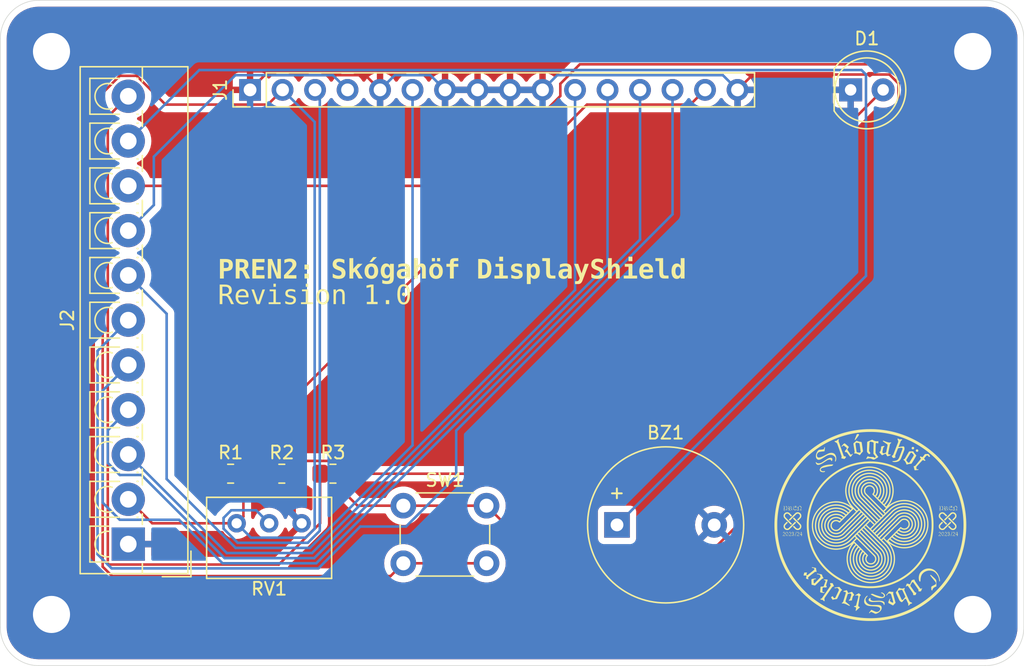
<source format=kicad_pcb>
(kicad_pcb (version 20221018) (generator pcbnew)
  (layers (0 "F.Cu" signal) (31 "B.Cu" signal) (34 "B.Paste" user) (35 "F.Paste" user) (36 "B.SilkS" user "B.Silkscreen") (37 "F.SilkS" user "F.Silkscreen") (38 "B.Mask" user) (39 "F.Mask" user) (44 "Edge.Cuts" user))
  (net 0 "")
  (net 1 "Net-(BZ1-+)")
  (net 2 "GND")
  (net 3 "Net-(D1-A)")
  (net 4 "+5V")
  (net 5 "Net-(J1-Pin_3)")
  (net 6 "Net-(J1-Pin_4)")
  (net 7 "Net-(J1-Pin_6)")
  (net 8 "Net-(J1-Pin_11)")
  (net 9 "Net-(J1-Pin_12)")
  (net 10 "Net-(J1-Pin_13)")
  (net 11 "Net-(J1-Pin_14)")
  (net 12 "Net-(J1-Pin_15)")
  (net 13 "Net-(J2-Pin_9)")
  (net 14 "Net-(J2-Pin_11)")
  (footprint "Potentiometer_THT:Potentiometer_Bourns_3299W_Vertical" (layer "F.Cu") (at 137.62 113.605)
    (fp_text reference "RV1" (at -2.54 5.125) (layer "F.SilkS"))
    (fp_text value "10k")
    (pad "1" thru_hole circle (at 0 0) (size 1.44 1.44) (drill 0.8) (layers "*.Cu" "*.Mask") (net 2 "GND"))
    (pad "2" thru_hole circle (at -2.54 0) (size 1.44 1.44) (drill 0.8) (layers "*.Cu" "*.Mask") (net 5 "Net-(J1-Pin_3)"))
    (pad "3" thru_hole circle (at -5.08 0) (size 1.44 1.44) (drill 0.8) (layers "*.Cu" "*.Mask") (net 4 "+5V"))
  )
  (footprint "logo:Skógahöf_S" (layer "F.Cu") (at 182.07 113.73)
    (fp_text reference "G***" hide)
    (fp_text value "LOGO" hide)
  )
  (footprint "Buzzer_Beeper:Buzzer_12x9.5RM7.6" (layer "F.Cu") (at 162.27 113.73)
    (fp_text reference "BZ1" (at 3.8 -7.2) (layer "F.SilkS"))
    (fp_text value "Buzzer")
    (fp_text user "+" (at -0.01 -2.54) (layer "F.SilkS"))
    (pad "1" thru_hole rect (at 0 0) (size 2 2) (drill 1) (layers "*.Cu" "*.Mask") (net 1 "Net-(BZ1-+)"))
    (pad "2" thru_hole circle (at 7.6 0) (size 2 2) (drill 1) (layers "*.Cu" "*.Mask") (net 2 "GND"))
  )
  (footprint "Resistor_SMD:R_0805_2012Metric_Pad1.20x1.40mm_HandSolder" (layer "F.Cu") (at 140.07 109.73)
    (fp_text reference "R3" (at 0 -1.65) (layer "F.SilkS"))
    (fp_text value "220R")
    (pad "1" smd roundrect (at -1 0) (size 1.2 1.4) (layers "F.Cu" "F.Paste" "F.Mask") (roundrect_rratio 0.208333) (net 14 "Net-(J2-Pin_11)"))
    (pad "2" smd roundrect (at 1 0) (size 1.2 1.4) (layers "F.Cu" "F.Paste" "F.Mask") (roundrect_rratio 0.208333) (net 3 "Net-(D1-A)"))
  )
  (footprint "Resistor_SMD:R_0805_2012Metric_Pad1.20x1.40mm_HandSolder" (layer "F.Cu") (at 132.07 109.73)
    (fp_text reference "R1" (at 0 -1.65) (layer "F.SilkS"))
    (fp_text value "220R")
    (pad "1" smd roundrect (at -1 0) (size 1.2 1.4) (layers "F.Cu" "F.Paste" "F.Mask") (roundrect_rratio 0.208333) (net 12 "Net-(J1-Pin_15)"))
    (pad "2" smd roundrect (at 1 0) (size 1.2 1.4) (layers "F.Cu" "F.Paste" "F.Mask") (roundrect_rratio 0.208333) (net 4 "+5V"))
  )
  (footprint "Connector_PinHeader_2.54mm:PinHeader_1x16_P2.54mm_Vertical" (layer "F.Cu") (at 133.59 79.73 90)
    (fp_text reference "J1" (at 0 -2.33 90) (layer "F.SilkS"))
    (fp_text value "Conn_01x16")
    (pad "1" thru_hole rect (at 0 0 90) (size 1.7 1.7) (drill 1) (layers "*.Cu" "*.Mask") (net 2 "GND"))
    (pad "2" thru_hole oval (at 0 2.54 90) (size 1.7 1.7) (drill 1) (layers "*.Cu" "*.Mask") (net 4 "+5V"))
    (pad "3" thru_hole oval (at 0 5.08 90) (size 1.7 1.7) (drill 1) (layers "*.Cu" "*.Mask") (net 5 "Net-(J1-Pin_3)"))
    (pad "4" thru_hole oval (at 0 7.62 90) (size 1.7 1.7) (drill 1) (layers "*.Cu" "*.Mask") (net 6 "Net-(J1-Pin_4)"))
    (pad "5" thru_hole oval (at 0 10.16 90) (size 1.7 1.7) (drill 1) (layers "*.Cu" "*.Mask") (net 2 "GND"))
    (pad "6" thru_hole oval (at 0 12.7 90) (size 1.7 1.7) (drill 1) (layers "*.Cu" "*.Mask") (net 7 "Net-(J1-Pin_6)"))
    (pad "7" thru_hole oval (at 0 15.24 90) (size 1.7 1.7) (drill 1) (layers "*.Cu" "*.Mask") (net 2 "GND"))
    (pad "8" thru_hole oval (at 0 17.78 90) (size 1.7 1.7) (drill 1) (layers "*.Cu" "*.Mask") (net 2 "GND"))
    (pad "9" thru_hole oval (at 0 20.32 90) (size 1.7 1.7) (drill 1) (layers "*.Cu" "*.Mask") (net 2 "GND"))
    (pad "10" thru_hole oval (at 0 22.86 90) (size 1.7 1.7) (drill 1) (layers "*.Cu" "*.Mask") (net 2 "GND"))
    (pad "11" thru_hole oval (at 0 25.4 90) (size 1.7 1.7) (drill 1) (layers "*.Cu" "*.Mask") (net 8 "Net-(J1-Pin_11)"))
    (pad "12" thru_hole oval (at 0 27.94 90) (size 1.7 1.7) (drill 1) (layers "*.Cu" "*.Mask") (net 9 "Net-(J1-Pin_12)"))
    (pad "13" thru_hole oval (at 0 30.48 90) (size 1.7 1.7) (drill 1) (layers "*.Cu" "*.Mask") (net 10 "Net-(J1-Pin_13)"))
    (pad "14" thru_hole oval (at 0 33.02 90) (size 1.7 1.7) (drill 1) (layers "*.Cu" "*.Mask") (net 11 "Net-(J1-Pin_14)"))
    (pad "15" thru_hole oval (at 0 35.56 90) (size 1.7 1.7) (drill 1) (layers "*.Cu" "*.Mask") (net 12 "Net-(J1-Pin_15)"))
    (pad "16" thru_hole oval (at 0 38.1 90) (size 1.7 1.7) (drill 1) (layers "*.Cu" "*.Mask") (net 2 "GND"))
  )
  (footprint "Button_Switch_THT:SW_PUSH_6mm_H8.5mm" (layer "F.Cu") (at 145.57 112.23)
    (fp_text reference "SW1" (at 3.25 -2) (layer "F.SilkS"))
    (fp_text value "SW_Push")
    (pad "1" thru_hole circle (at 0 0 90) (size 2 2) (drill 1.1) (layers "*.Cu" "*.Mask") (net 13 "Net-(J2-Pin_9)"))
    (pad "1" thru_hole circle (at 6.5 0 90) (size 2 2) (drill 1.1) (layers "*.Cu" "*.Mask") (net 13 "Net-(J2-Pin_9)"))
    (pad "2" thru_hole circle (at 0 4.5 90) (size 2 2) (drill 1.1) (layers "*.Cu" "*.Mask") (net 4 "+5V"))
    (pad "2" thru_hole circle (at 6.5 4.5 90) (size 2 2) (drill 1.1) (layers "*.Cu" "*.Mask") (net 4 "+5V"))
  )
  (footprint "TerminalBlock_4Ucon:TerminalBlock_4Ucon_1x11_P3.50mm_Vertical" (layer "F.Cu") (at 124.07 115.23 90)
    (fp_text reference "J2" (at 17.5 -4.76 90) (layer "F.SilkS"))
    (fp_text value "Screw_Terminal_01x11")
    (pad "1" thru_hole rect (at 0 0 90) (size 2.6 2.6) (drill 1.3) (layers "*.Cu" "*.Mask") (net 2 "GND"))
    (pad "2" thru_hole circle (at 3.5 0 90) (size 2.6 2.6) (drill 1.3) (layers "*.Cu" "*.Mask") (net 4 "+5V"))
    (pad "3" thru_hole circle (at 7 0 90) (size 2.6 2.6) (drill 1.3) (layers "*.Cu" "*.Mask") (net 8 "Net-(J1-Pin_11)"))
    (pad "4" thru_hole circle (at 10.5 0 90) (size 2.6 2.6) (drill 1.3) (layers "*.Cu" "*.Mask") (net 9 "Net-(J1-Pin_12)"))
    (pad "5" thru_hole circle (at 14 0 90) (size 2.6 2.6) (drill 1.3) (layers "*.Cu" "*.Mask") (net 10 "Net-(J1-Pin_13)"))
    (pad "6" thru_hole circle (at 17.5 0 90) (size 2.6 2.6) (drill 1.3) (layers "*.Cu" "*.Mask") (net 11 "Net-(J1-Pin_14)"))
    (pad "7" thru_hole circle (at 21 0 90) (size 2.6 2.6) (drill 1.3) (layers "*.Cu" "*.Mask") (net 7 "Net-(J1-Pin_6)"))
    (pad "8" thru_hole circle (at 24.5 0 90) (size 2.6 2.6) (drill 1.3) (layers "*.Cu" "*.Mask") (net 6 "Net-(J1-Pin_4)"))
    (pad "9" thru_hole circle (at 28 0 90) (size 2.6 2.6) (drill 1.3) (layers "*.Cu" "*.Mask") (net 13 "Net-(J2-Pin_9)"))
    (pad "10" thru_hole circle (at 31.5 0 90) (size 2.6 2.6) (drill 1.3) (layers "*.Cu" "*.Mask") (net 1 "Net-(BZ1-+)"))
    (pad "11" thru_hole circle (at 35 0 90) (size 2.6 2.6) (drill 1.3) (layers "*.Cu" "*.Mask") (net 14 "Net-(J2-Pin_11)"))
  )
  (footprint "LED_THT:LED_D5.0mm_FlatTop" (layer "F.Cu") (at 180.53 79.73)
    (fp_text reference "D1" (at 1.27 -4.01) (layer "F.SilkS"))
    (fp_text value "LED")
    (pad "1" thru_hole rect (at 0 0) (size 1.8 1.8) (drill 0.9) (layers "*.Cu" "*.Mask") (net 2 "GND"))
    (pad "2" thru_hole circle (at 2.54 0) (size 1.8 1.8) (drill 0.9) (layers "*.Cu" "*.Mask") (net 3 "Net-(D1-A)"))
  )
  (footprint "Resistor_SMD:R_0805_2012Metric_Pad1.20x1.40mm_HandSolder" (layer "F.Cu") (at 136.07 109.73)
    (fp_text reference "R2" (at 0 -1.65) (layer "F.SilkS"))
    (fp_text value "10k")
    (pad "1" smd roundrect (at -1 0) (size 1.2 1.4) (layers "F.Cu" "F.Paste" "F.Mask") (roundrect_rratio 0.208333) (net 13 "Net-(J2-Pin_9)"))
    (pad "2" smd roundrect (at 1 0) (size 1.2 1.4) (layers "F.Cu" "F.Paste" "F.Mask") (roundrect_rratio 0.208333) (net 2 "GND"))
  )
  (gr_arc (start 191.07 72.73) (mid 193.19132 73.60868) (end 194.07 75.73) (stroke (width 0.05)) (layer "Edge.Cuts"))
  (gr_line (start 114.07 75.73) (end 114.07 121.73) (stroke (width 0.05)) (layer "Edge.Cuts"))
  (gr_line (start 194.07 121.73) (end 194.07 75.73) (stroke (width 0.05)) (layer "Edge.Cuts"))
  (gr_line (start 117.07 124.73) (end 191.07 124.73) (stroke (width 0.05)) (layer "Edge.Cuts"))
  (gr_arc (start 117.07 124.73) (mid 114.94868 123.85132) (end 114.07 121.73) (stroke (width 0.05)) (layer "Edge.Cuts"))
  (gr_line (start 191.07 72.73) (end 117.07 72.73) (stroke (width 0.05)) (layer "Edge.Cuts"))
  (gr_arc (start 114.07 75.73) (mid 114.94868 73.60868) (end 117.07 72.73) (stroke (width 0.05)) (layer "Edge.Cuts"))
  (gr_arc (start 194.07 121.73) (mid 193.19132 123.85132) (end 191.07 124.73) (stroke (width 0.05)) (layer "Edge.Cuts"))
  (gr_text "PREN2: Skógahöf DisplayShield" (at 131.07 94.73) (layer "F.SilkS") (effects (font (size 1.5 1.5) (thickness 0.3) bold) (justify left bottom)))
  (gr_text "Revision 1.0" (at 131.07 96.73) (layer "F.SilkS") (effects (font (size 1.5 1.5) (thickness 0.1875)) (justify left bottom)))
  (via (at 118.07 76.73) (size 3.3) (drill 2.9) (layers "F.Cu" "B.Cu") (net 0))
  (via (at 190.07 76.73) (size 3.3) (drill 2.9) (layers "F.Cu" "B.Cu") (net 0))
  (via (at 190.07 120.73) (size 3.3) (drill 2.9) (layers "F.Cu" "B.Cu") (net 0))
  (via (at 118.07 120.73) (size 3.3) (drill 2.9) (layers "F.Cu" "B.Cu") (net 0))
  (segment (start 181.38 78.18) (end 181.73 78.53) (width 0.2) (layer "B.Cu") (net 1))
  (segment (start 181.73 78.53) (end 181.73 94.27) (width 0.2) (layer "B.Cu") (net 1))
  (segment (start 124.07 83.73) (end 129.62 78.18) (width 0.2) (layer "B.Cu") (net 1))
  (segment (start 181.73 94.27) (end 162.27 113.73) (width 0.2) (layer "B.Cu") (net 1))
  (segment (start 129.62 78.18) (end 181.38 78.18) (width 0.2) (layer "B.Cu") (net 1))
  (segment (start 142.6 78.58) (end 143.75 79.73) (width 0.2) (layer "F.Cu") (net 2))
  (segment (start 172.89 78.53) (end 171.69 79.73) (width 0.2) (layer "F.Cu") (net 2))
  (segment (start 134.74 78.58) (end 142.6 78.58) (width 0.2) (layer "F.Cu") (net 2))
  (segment (start 184.27 99.33) (end 184.27 79.232943) (width 0.2) (layer "F.Cu") (net 2))
  (segment (start 184.27 79.232943) (end 183.567057 78.53) (width 0.2) (layer "F.Cu") (net 2))
  (segment (start 135.995 115.23) (end 137.62 113.605) (width 0.2) (layer "F.Cu") (net 2))
  (segment (start 137.07 109.73) (end 137.07 113.055) (width 0.2) (layer "F.Cu") (net 2))
  (segment (start 124.07 115.23) (end 135.995 115.23) (width 0.2) (layer "F.Cu") (net 2))
  (segment (start 133.59 79.73) (end 134.74 78.58) (width 0.2) (layer "F.Cu") (net 2))
  (segment (start 183.567057 78.53) (end 172.89 78.53) (width 0.2) (layer "F.Cu") (net 2))
  (segment (start 169.87 113.73) (end 184.27 99.33) (width 0.2) (layer "F.Cu") (net 2))
  (segment (start 137.07 113.055) (end 137.62 113.605) (width 0.2) (layer "F.Cu") (net 2))
  (segment (start 157.6 78.58) (end 170.54 78.58) (width 0.2) (layer "B.Cu") (net 2))
  (segment (start 171.69 79.73) (end 180.53 79.73) (width 0.2) (layer "B.Cu") (net 2))
  (segment (start 133.59 79.73) (end 133.59 109.575) (width 0.2) (layer "B.Cu") (net 2))
  (segment (start 151.37 79.73) (end 153.91 79.73) (width 0.2) (layer "B.Cu") (net 2))
  (segment (start 153.91 79.73) (end 156.45 79.73) (width 0.2) (layer "B.Cu") (net 2))
  (segment (start 144.9 78.58) (end 147.68 78.58) (width 0.2) (layer "B.Cu") (net 2))
  (segment (start 170.54 78.58) (end 171.69 79.73) (width 0.2) (layer "B.Cu") (net 2))
  (segment (start 143.75 79.73) (end 144.9 78.58) (width 0.2) (layer "B.Cu") (net 2))
  (segment (start 133.59 109.575) (end 137.62 113.605) (width 0.2) (layer "B.Cu") (net 2))
  (segment (start 148.83 79.73) (end 151.37 79.73) (width 0.2) (layer "B.Cu") (net 2))
  (segment (start 156.45 79.73) (end 157.6 78.58) (width 0.2) (layer "B.Cu") (net 2))
  (segment (start 147.68 78.58) (end 148.83 79.73) (width 0.2) (layer "B.Cu") (net 2))
  (segment (start 153.07 109.73) (end 183.07 79.73) (width 0.2) (layer "F.Cu") (net 3))
  (segment (start 141.07 109.73) (end 153.07 109.73) (width 0.2) (layer "F.Cu") (net 3))
  (segment (start 122.07 116.995685) (end 122.07 79.967258) (width 0.2) (layer "F.Cu") (net 4))
  (segment (start 145.57 116.73) (end 144.57 117.73) (width 0.2) (layer "F.Cu") (net 4))
  (segment (start 122.804315 117.73) (end 122.07 116.995685) (width 0.2) (layer "F.Cu") (net 4))
  (segment (start 124.732742 78.63) (end 126.982742 80.88) (width 0.2) (layer "F.Cu") (net 4))
  (segment (start 124.07 111.73) (end 125.945 113.605) (width 0.2) (layer "F.Cu") (net 4))
  (segment (start 145.57 116.73) (end 152.07 116.73) (width 0.2) (layer "F.Cu") (net 4))
  (segment (start 133.07 113.075) (end 132.54 113.605) (width 0.2) (layer "F.Cu") (net 4))
  (segment (start 122.07 79.967258) (end 123.407258 78.63) (width 0.2) (layer "F.Cu") (net 4))
  (segment (start 123.407258 78.63) (end 124.732742 78.63) (width 0.2) (layer "F.Cu") (net 4))
  (segment (start 133.07 109.73) (end 133.07 113.075) (width 0.2) (layer "F.Cu") (net 4))
  (segment (start 125.945 113.605) (end 132.54 113.605) (width 0.2) (layer "F.Cu") (net 4))
  (segment (start 134.98 80.88) (end 136.13 79.73) (width 0.2) (layer "F.Cu") (net 4))
  (segment (start 144.57 117.73) (end 122.804315 117.73) (width 0.2) (layer "F.Cu") (net 4))
  (segment (start 126.982742 80.88) (end 134.98 80.88) (width 0.2) (layer "F.Cu") (net 4))
  (segment (start 138.64 114.027498) (end 137.937498 114.73) (width 0.2) (layer "B.Cu") (net 4))
  (segment (start 133.665 114.73) (end 132.54 113.605) (width 0.2) (layer "B.Cu") (net 4))
  (segment (start 137.937498 114.73) (end 133.665 114.73) (width 0.2) (layer "B.Cu") (net 4))
  (segment (start 138.64 82.24) (end 138.64 114.027498) (width 0.2) (layer "B.Cu") (net 4))
  (segment (start 136.13 79.73) (end 138.64 82.24) (width 0.2) (layer "B.Cu") (net 4))
  (segment (start 131.52 113.182502) (end 132.117502 112.585) (width 0.2) (layer "B.Cu") (net 5))
  (segment (start 139.04 80.1) (end 139.04 114.193184) (width 0.2) (layer "B.Cu") (net 5))
  (segment (start 139.04 114.193184) (end 138.103183 115.13) (width 0.2) (layer "B.Cu") (net 5))
  (segment (start 138.103183 115.13) (end 132.622502 115.13) (width 0.2) (layer "B.Cu") (net 5))
  (segment (start 132.622502 115.13) (end 131.52 114.027498) (width 0.2) (layer "B.Cu") (net 5))
  (segment (start 138.67 79.73) (end 139.04 80.1) (width 0.2) (layer "B.Cu") (net 5))
  (segment (start 131.52 114.027498) (end 131.52 113.182502) (width 0.2) (layer "B.Cu") (net 5))
  (segment (start 134.06 112.585) (end 135.08 113.605) (width 0.2) (layer "B.Cu") (net 5))
  (segment (start 132.117502 112.585) (end 134.06 112.585) (width 0.2) (layer "B.Cu") (net 5))
  (segment (start 140.06 78.58) (end 132.44 78.58) (width 0.2) (layer "B.Cu") (net 6))
  (segment (start 126.07 88.73) (end 124.07 90.73) (width 0.2) (layer "B.Cu") (net 6))
  (segment (start 141.21 79.73) (end 140.06 78.58) (width 0.2) (layer "B.Cu") (net 6))
  (segment (start 132.44 78.58) (end 126.07 84.95) (width 0.2) (layer "B.Cu") (net 6))
  (segment (start 126.07 84.95) (end 126.07 88.73) (width 0.2) (layer "B.Cu") (net 6))
  (segment (start 138.268868 115.53) (end 132.456816 115.53) (width 0.2) (layer "B.Cu") (net 7))
  (segment (start 127.07 97.23) (end 124.07 94.23) (width 0.2) (layer "B.Cu") (net 7))
  (segment (start 132.456816 115.53) (end 127.07 110.143184) (width 0.2) (layer "B.Cu") (net 7))
  (segment (start 146.29 107.508868) (end 138.268868 115.53) (width 0.2) (layer "B.Cu") (net 7))
  (segment (start 146.29 79.73) (end 146.29 107.508868) (width 0.2) (layer "B.Cu") (net 7))
  (segment (start 127.07 110.143184) (end 127.07 97.23) (width 0.2) (layer "B.Cu") (net 7))
  (segment (start 131.77 115.93) (end 124.07 108.23) (width 0.2) (layer "B.Cu") (net 8))
  (segment (start 158.99 79.73) (end 158.99 95.374553) (width 0.2) (layer "B.Cu") (net 8))
  (segment (start 138.434553 115.93) (end 131.77 115.93) (width 0.2) (layer "B.Cu") (net 8))
  (segment (start 158.99 95.374553) (end 138.434553 115.93) (width 0.2) (layer "B.Cu") (net 8))
  (segment (start 138.600238 116.33) (end 131.604314 116.33) (width 0.2) (layer "B.Cu") (net 9))
  (segment (start 123.407258 109.83) (end 122.47 108.892742) (width 0.2) (layer "B.Cu") (net 9))
  (segment (start 131.604314 116.33) (end 125.104314 109.83) (width 0.2) (layer "B.Cu") (net 9))
  (segment (start 161.53 79.73) (end 161.53 93.400239) (width 0.2) (layer "B.Cu") (net 9))
  (segment (start 161.53 93.400239) (end 138.600238 116.33) (width 0.2) (layer "B.Cu") (net 9))
  (segment (start 122.47 106.33) (end 124.07 104.73) (width 0.2) (layer "B.Cu") (net 9))
  (segment (start 125.104314 109.83) (end 123.407258 109.83) (width 0.2) (layer "B.Cu") (net 9))
  (segment (start 122.47 108.892742) (end 122.47 106.33) (width 0.2) (layer "B.Cu") (net 9))
  (segment (start 164.07 79.73) (end 164.07 91.425923) (width 0.2) (layer "B.Cu") (net 10))
  (segment (start 122.07 103.23) (end 124.07 101.23) (width 0.2) (layer "B.Cu") (net 10))
  (segment (start 122.07 111.992742) (end 122.07 103.23) (width 0.2) (layer "B.Cu") (net 10))
  (segment (start 128.038628 113.33) (end 123.407258 113.33) (width 0.2) (layer "B.Cu") (net 10))
  (segment (start 164.07 91.425923) (end 138.765923 116.73) (width 0.2) (layer "B.Cu") (net 10))
  (segment (start 138.765923 116.73) (end 131.438628 116.73) (width 0.2) (layer "B.Cu") (net 10))
  (segment (start 131.438628 116.73) (end 128.038628 113.33) (width 0.2) (layer "B.Cu") (net 10))
  (segment (start 123.407258 113.33) (end 122.07 111.992742) (width 0.2) (layer "B.Cu") (net 10))
  (segment (start 121.67 100.13) (end 124.07 97.73) (width 0.2) (layer "B.Cu") (net 11))
  (segment (start 149.700804 106.360805) (end 149.700804 109.937674) (width 0.2) (layer "B.Cu") (net 11))
  (segment (start 166.61 79.73) (end 166.61 89.451609) (width 0.2) (layer "B.Cu") (net 11))
  (segment (start 145.777673 113.860805) (end 142.200804 113.860805) (width 0.2) (layer "B.Cu") (net 11))
  (segment (start 149.700804 109.937674) (end 145.777673 113.860805) (width 0.2) (layer "B.Cu") (net 11))
  (segment (start 121.67 116.03) (end 121.67 100.13) (width 0.2) (layer "B.Cu") (net 11))
  (segment (start 122.77 117.13) (end 121.67 116.03) (width 0.2) (layer "B.Cu") (net 11))
  (segment (start 166.61 89.451609) (end 149.700804 106.360805) (width 0.2) (layer "B.Cu") (net 11))
  (segment (start 138.931608 117.13) (end 122.77 117.13) (width 0.2) (layer "B.Cu") (net 11))
  (segment (start 142.200804 113.860805) (end 138.931608 117.13) (width 0.2) (layer "B.Cu") (net 11))
  (segment (start 131.07 109.73) (end 159.92 80.88) (width 0.2) (layer "F.Cu") (net 12))
  (segment (start 159.92 80.88) (end 168 80.88) (width 0.2) (layer "F.Cu") (net 12))
  (segment (start 168 80.88) (end 169.15 79.73) (width 0.2) (layer "F.Cu") (net 12))
  (segment (start 124.07 87.23) (end 150.816346 87.23) (width 0.2) (layer "F.Cu") (net 13))
  (segment (start 159.363654 77.73) (end 183.332743 77.73) (width 0.2) (layer "F.Cu") (net 13))
  (segment (start 157.84 80.206346) (end 157.84 79.253654) (width 0.2) (layer "F.Cu") (net 13))
  (segment (start 136.07 108.73) (end 139.854744 108.73) (width 0.2) (layer "F.Cu") (net 13))
  (segment (start 145.57 112.23) (end 152.07 112.23) (width 0.2) (layer "F.Cu") (net 13))
  (segment (start 169.708478 115.73) (end 155.57 115.73) (width 0.2) (layer "F.Cu") (net 13))
  (segment (start 139.854744 108.73) (end 140.17 109.045256) (width 0.2) (layer "F.Cu") (net 13))
  (segment (start 135.07 109.73) (end 136.07 108.73) (width 0.2) (layer "F.Cu") (net 13))
  (segment (start 140.17 110.414744) (end 141.985256 112.23) (width 0.2) (layer "F.Cu") (net 13))
  (segment (start 185.07 79.467257) (end 185.07 100.368478) (width 0.2) (layer "F.Cu") (net 13))
  (segment (start 140.17 109.045256) (end 140.17 110.414744) (width 0.2) (layer "F.Cu") (net 13))
  (segment (start 185.07 100.368478) (end 169.708478 115.73) (width 0.2) (layer "F.Cu") (net 13))
  (segment (start 150.816346 87.23) (end 157.84 80.206346) (width 0.2) (layer "F.Cu") (net 13))
  (segment (start 157.84 79.253654) (end 159.363654 77.73) (width 0.2) (layer "F.Cu") (net 13))
  (segment (start 183.332743 77.73) (end 185.07 79.467257) (width 0.2) (layer "F.Cu") (net 13))
  (segment (start 141.985256 112.23) (end 145.57 112.23) (width 0.2) (layer "F.Cu") (net 13))
  (segment (start 155.57 115.73) (end 152.07 112.23) (width 0.2) (layer "F.Cu") (net 13))
  (segment (start 124.07 80.23) (end 122.47 81.83) (width 0.2) (layer "F.Cu") (net 14))
  (segment (start 139.07 113.597498) (end 139.07 109.73) (width 0.2) (layer "F.Cu") (net 14))
  (segment (start 122.47 116.83) (end 135.837498 116.83) (width 0.2) (layer "F.Cu") (net 14))
  (segment (start 135.837498 116.83) (end 139.07 113.597498) (width 0.2) (layer "F.Cu") (net 14))
  (segment (start 122.47 81.83) (end 122.47 116.83) (width 0.2) (layer "F.Cu") (net 14))
  (zone (net 2) (net_name "GND") (layer "F.Cu") (connect_pads (clearance 0.5)) (min_thickness 0.25) (fill yes (thermal_gap 0.5) (thermal_bridge_width 0.5))
    (polygon (pts (xy 194.07 72.73) (xy 194.07 124.73) (xy 114.07 124.73) (xy 114.07 72.73)))
  )
  (zone (net 2) (net_name "GND") (layer "B.Cu") (priority 1) (connect_pads (clearance 0.5)) (min_thickness 0.25) (fill yes (thermal_gap 0.5) (thermal_bridge_width 0.5))
    (polygon (pts (xy 194.07 72.73) (xy 194.07 124.73) (xy 114.07 124.73) (xy 114.07 72.73)))
  )
)
</source>
